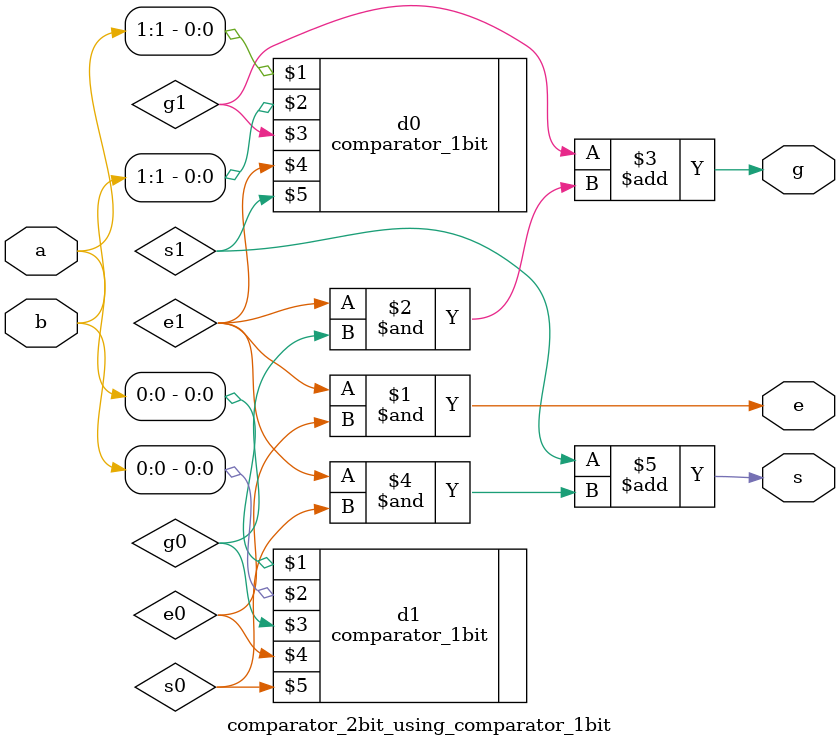
<source format=v>
`timescale 1ns / 1ps


module comparator_2bit_using_comparator_1bit(a,b,g,e,s);
    input [1:0] a,b;
    output g,e,s;
    
    wire g1,g0,e1,e0,s1,s0;
    
    comparator_1bit d0(a[1],b[1],g1,e1,s1);
    comparator_1bit d1(a[0],b[0],g0,e0,s0);
    
    assign e=e1&e0;
    assign g=g1+(e1&g0);
    assign s=s1+(e1&s0);
endmodule

</source>
